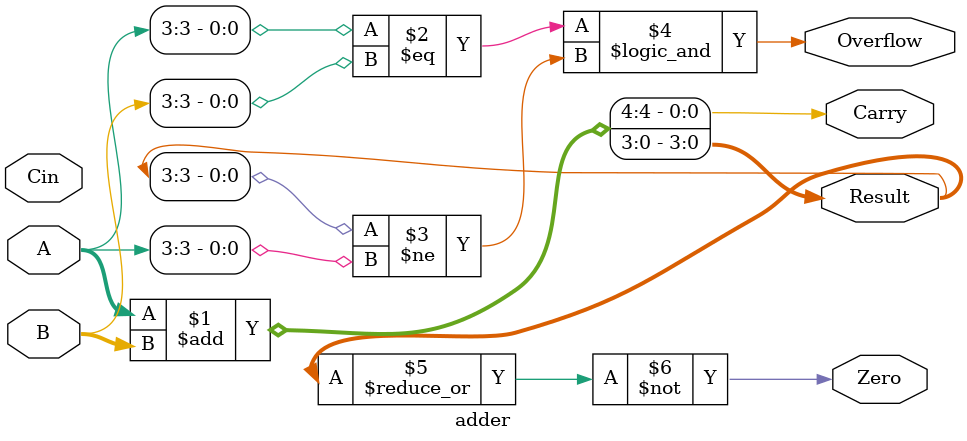
<source format=v>
module adder(
        input Cin,
        input [3:0] A,
        input [3:0] B,
        output reg [3:0] Result,
        output reg Carry,
        output reg Zero,
        output reg Overflow
    );
    assign {Carry, Result} = A + B;
    assign Overflow = (A[3] == B[3] && Result[3] != A[3]);
    assign Zero = ~(| Result);

endmodule

</source>
